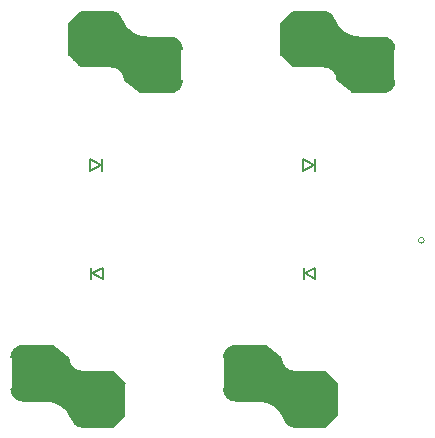
<source format=gbr>
%TF.GenerationSoftware,KiCad,Pcbnew,(6.0.6)*%
%TF.CreationDate,2022-07-28T22:43:09-07:00*%
%TF.ProjectId,left_thumb_routed,6c656674-5f74-4687-956d-625f726f7574,v1.0.0*%
%TF.SameCoordinates,Original*%
%TF.FileFunction,Legend,Bot*%
%TF.FilePolarity,Positive*%
%FSLAX46Y46*%
G04 Gerber Fmt 4.6, Leading zero omitted, Abs format (unit mm)*
G04 Created by KiCad (PCBNEW (6.0.6)) date 2022-07-28 22:43:09*
%MOMM*%
%LPD*%
G01*
G04 APERTURE LIST*
%ADD10C,0.120000*%
%ADD11C,0.150000*%
G04 APERTURE END LIST*
D10*
%TO.C,SW35*%
X-85950000Y-39100000D02*
X-83250000Y-34800000D01*
D11*
X-81950000Y-36400000D02*
X-81950000Y-40850000D01*
D10*
X-80400000Y-36850000D02*
X-80400000Y-41350000D01*
D11*
X-78950000Y-36750000D02*
X-78950000Y-41350000D01*
X-84650000Y-34550000D02*
X-84650000Y-39150000D01*
X-79850000Y-36750000D02*
X-79850000Y-41350000D01*
X-82550000Y-35900000D02*
X-82550000Y-40350000D01*
X-78650000Y-36750000D02*
X-78650000Y-41300000D01*
X-81200000Y-36700000D02*
X-81200000Y-41350000D01*
X-81500000Y-36650000D02*
X-81500000Y-41200000D01*
X-86350000Y-39175000D02*
X-87375000Y-38150000D01*
X-85700000Y-34550000D02*
X-85700000Y-39150000D01*
X-86600000Y-34800000D02*
X-86600000Y-38900000D01*
X-83900000Y-34550000D02*
X-83900000Y-39100000D01*
X-83050000Y-34950000D02*
X-83050000Y-39350000D01*
X-79250000Y-36750000D02*
X-79250000Y-41350000D01*
X-81350000Y-36700000D02*
X-81350000Y-41300000D01*
X-80900000Y-36750000D02*
X-80900000Y-41300000D01*
D10*
X-83250000Y-39150000D02*
X-80400000Y-36850000D01*
D11*
X-84500000Y-34550000D02*
X-84500000Y-39150000D01*
X-79550000Y-36750000D02*
X-79550000Y-41350000D01*
X-83450000Y-34600000D02*
X-83450000Y-39150000D01*
X-86900000Y-35100000D02*
X-86900000Y-38600000D01*
X-80750000Y-36750000D02*
X-80750000Y-41350000D01*
X-86300000Y-34550000D02*
X-86300000Y-39150000D01*
X-83150000Y-34800000D02*
X-83150000Y-39300000D01*
X-82400000Y-36050000D02*
X-82400000Y-40500000D01*
X-85100000Y-34550000D02*
X-85100000Y-39150000D01*
X-85400000Y-34550000D02*
X-85400000Y-39150000D01*
X-80750000Y-36725000D02*
X-78775000Y-36725000D01*
X-80150000Y-36750000D02*
X-80150000Y-41350000D01*
X-83300000Y-34700000D02*
X-83300000Y-39250000D01*
X-84050000Y-34550000D02*
X-84050000Y-39150000D01*
X-77900000Y-37250000D02*
X-77900000Y-40850000D01*
X-87100000Y-35300000D02*
X-87100000Y-38350000D01*
X-78200000Y-36950000D02*
X-78200000Y-41150000D01*
X-85250000Y-34550000D02*
X-85250000Y-39150000D01*
X-82250000Y-36200000D02*
X-82250000Y-40600000D01*
X-84200000Y-34550000D02*
X-84200000Y-39150000D01*
X-78800000Y-36750000D02*
X-78800000Y-41350000D01*
X-80450000Y-36750000D02*
X-80450000Y-41350000D01*
X-84950000Y-34550000D02*
X-84950000Y-39150000D01*
D10*
X-83250000Y-34800000D02*
X-83250000Y-39150000D01*
D11*
X-82850000Y-35350000D02*
X-82850000Y-39500000D01*
X-85550000Y-34550000D02*
X-85550000Y-39150000D01*
X-86450000Y-34650000D02*
X-86450000Y-39050000D01*
X-82750000Y-35550000D02*
X-82750000Y-39700000D01*
X-81800000Y-36500000D02*
X-81800000Y-40950000D01*
X-81650000Y-36550000D02*
X-81650000Y-41100000D01*
X-86350000Y-34525000D02*
X-83750000Y-34525000D01*
X-78350000Y-36850000D02*
X-78350000Y-41250000D01*
X-83600000Y-34550000D02*
X-83600000Y-39150000D01*
X-84800000Y-34550000D02*
X-84800000Y-39150000D01*
X-85850000Y-34550000D02*
X-85850000Y-39150000D01*
X-87350000Y-38175000D02*
X-87350000Y-35525000D01*
X-87000000Y-35200000D02*
X-87000000Y-38450000D01*
X-81325000Y-41375000D02*
X-82600000Y-40350000D01*
X-83750000Y-34550000D02*
X-83750000Y-39150000D01*
X-86750000Y-34950000D02*
X-86750000Y-38750000D01*
X-86000000Y-34550000D02*
X-86000000Y-39150000D01*
X-81050000Y-36700000D02*
X-81050000Y-41350000D01*
X-80300000Y-36750000D02*
X-80300000Y-41350000D01*
X-79700000Y-36750000D02*
X-79700000Y-41350000D01*
X-86150000Y-34550000D02*
X-86150000Y-39150000D01*
X-79100000Y-36750000D02*
X-79100000Y-41350000D01*
D10*
X-85950000Y-34650000D02*
X-85950000Y-39100000D01*
D11*
X-82950000Y-35200000D02*
X-82950000Y-39400000D01*
X-79400000Y-36750000D02*
X-79400000Y-41350000D01*
X-80600000Y-36750000D02*
X-80600000Y-41350000D01*
X-78500000Y-36800000D02*
X-78500000Y-41300000D01*
X-86350000Y-34525000D02*
X-87375000Y-35550000D01*
X-82100000Y-36300000D02*
X-82100000Y-40700000D01*
X-81325000Y-41375000D02*
X-78775000Y-41375000D01*
X-80000000Y-36750000D02*
X-80000000Y-41350000D01*
X-78050000Y-37050000D02*
X-78050000Y-41050000D01*
X-87200000Y-35400000D02*
X-87200000Y-38250000D01*
X-86350000Y-39175000D02*
X-83775000Y-39175000D01*
X-84350000Y-34550000D02*
X-84350000Y-39150000D01*
X-82650000Y-35700000D02*
X-82650000Y-39850000D01*
X-82887801Y-35228096D02*
G75*
G03*
X-80750000Y-36725000I2137801J778096D01*
G01*
X-82887797Y-35228095D02*
G75*
G03*
X-83749005Y-34526209I-900003J-225005D01*
G01*
X-77775000Y-37725000D02*
G75*
G03*
X-78775000Y-36725000I-1000000J0D01*
G01*
X-82600000Y-40350000D02*
G75*
G03*
X-83775000Y-39175000I-1175000J0D01*
G01*
X-78775000Y-41375000D02*
G75*
G03*
X-77775000Y-40375000I0J1000000D01*
G01*
%TO.C,SW33*%
X-91350000Y-67450000D02*
X-91350000Y-62900000D01*
X-88500000Y-67550000D02*
X-88500000Y-63000000D01*
X-89250000Y-67450000D02*
X-89250000Y-62850000D01*
X-89400000Y-67450000D02*
X-89400000Y-62850000D01*
X-86550000Y-69600000D02*
X-86550000Y-65050000D01*
X-87250000Y-68650000D02*
X-87250000Y-64500000D01*
X-85650000Y-69650000D02*
X-85650000Y-65050000D01*
X-91650000Y-67350000D02*
X-91650000Y-62950000D01*
X-82900000Y-68900000D02*
X-82900000Y-65850000D01*
X-89250000Y-67475000D02*
X-91225000Y-67475000D01*
X-86700000Y-69500000D02*
X-86700000Y-64950000D01*
X-87900000Y-67900000D02*
X-87900000Y-63500000D01*
X-84600000Y-69650000D02*
X-84600000Y-65050000D01*
X-87600000Y-68150000D02*
X-87600000Y-63700000D01*
X-84450000Y-69650000D02*
X-84450000Y-65050000D01*
X-88650000Y-67500000D02*
X-88650000Y-62900000D01*
X-83650000Y-65025000D02*
X-82625000Y-66050000D01*
X-90000000Y-67450000D02*
X-90000000Y-62850000D01*
X-90750000Y-67450000D02*
X-90750000Y-62850000D01*
D10*
X-86750000Y-69400000D02*
X-86750000Y-65050000D01*
D11*
X-82800000Y-68800000D02*
X-82800000Y-65950000D01*
D10*
X-84050000Y-69550000D02*
X-84050000Y-65100000D01*
D11*
X-90450000Y-67450000D02*
X-90450000Y-62850000D01*
X-85500000Y-69650000D02*
X-85500000Y-65050000D01*
X-85050000Y-69650000D02*
X-85050000Y-65050000D01*
X-88350000Y-67650000D02*
X-88350000Y-63100000D01*
X-83650000Y-69675000D02*
X-82625000Y-68650000D01*
X-85350000Y-69650000D02*
X-85350000Y-65050000D01*
X-82650000Y-66025000D02*
X-82650000Y-68675000D01*
X-89100000Y-67450000D02*
X-89100000Y-62900000D01*
X-88950000Y-67500000D02*
X-88950000Y-62850000D01*
X-83650000Y-65025000D02*
X-86225000Y-65025000D01*
X-83700000Y-69650000D02*
X-83700000Y-65050000D01*
X-84300000Y-69650000D02*
X-84300000Y-65050000D01*
X-84750000Y-69650000D02*
X-84750000Y-65050000D01*
X-86850000Y-69400000D02*
X-86850000Y-64900000D01*
X-87750000Y-68000000D02*
X-87750000Y-63600000D01*
X-90600000Y-67450000D02*
X-90600000Y-62850000D01*
D10*
X-86750000Y-65050000D02*
X-89600000Y-67350000D01*
D11*
X-83400000Y-69400000D02*
X-83400000Y-65300000D01*
X-87450000Y-68300000D02*
X-87450000Y-63850000D01*
D10*
X-84050000Y-65100000D02*
X-86750000Y-69400000D01*
D11*
X-85950000Y-69650000D02*
X-85950000Y-65050000D01*
X-89850000Y-67450000D02*
X-89850000Y-62850000D01*
X-86100000Y-69650000D02*
X-86100000Y-65100000D01*
X-88050000Y-67800000D02*
X-88050000Y-63350000D01*
X-83000000Y-69000000D02*
X-83000000Y-65750000D01*
X-91050000Y-67450000D02*
X-91050000Y-62850000D01*
X-88675000Y-62825000D02*
X-87400000Y-63850000D01*
X-85200000Y-69650000D02*
X-85200000Y-65050000D01*
X-90900000Y-67450000D02*
X-90900000Y-62850000D01*
X-91200000Y-67450000D02*
X-91200000Y-62850000D01*
X-89700000Y-67450000D02*
X-89700000Y-62850000D01*
X-90300000Y-67450000D02*
X-90300000Y-62850000D01*
X-91500000Y-67400000D02*
X-91500000Y-62900000D01*
X-86950000Y-69250000D02*
X-86950000Y-64850000D01*
X-84900000Y-69650000D02*
X-84900000Y-65050000D01*
X-91950000Y-67150000D02*
X-91950000Y-63150000D01*
X-91800000Y-67250000D02*
X-91800000Y-63050000D01*
X-89550000Y-67450000D02*
X-89550000Y-62850000D01*
X-84150000Y-69650000D02*
X-84150000Y-65050000D01*
X-83550000Y-69550000D02*
X-83550000Y-65150000D01*
X-86400000Y-69650000D02*
X-86400000Y-65050000D01*
D10*
X-89600000Y-67350000D02*
X-89600000Y-62850000D01*
D11*
X-88800000Y-67500000D02*
X-88800000Y-62850000D01*
X-83650000Y-69675000D02*
X-86250000Y-69675000D01*
X-86250000Y-69650000D02*
X-86250000Y-65050000D01*
X-88675000Y-62825000D02*
X-91225000Y-62825000D01*
X-84000000Y-69650000D02*
X-84000000Y-65050000D01*
X-92100000Y-66950000D02*
X-92100000Y-63350000D01*
X-88200000Y-67700000D02*
X-88200000Y-63250000D01*
X-87150000Y-68850000D02*
X-87150000Y-64700000D01*
X-83250000Y-69250000D02*
X-83250000Y-65450000D01*
X-87350000Y-68500000D02*
X-87350000Y-64350000D01*
X-87050000Y-69000000D02*
X-87050000Y-64800000D01*
X-83100000Y-69100000D02*
X-83100000Y-65600000D01*
X-83850000Y-69650000D02*
X-83850000Y-65050000D01*
X-85800000Y-69650000D02*
X-85800000Y-65050000D01*
X-90150000Y-67450000D02*
X-90150000Y-62850000D01*
X-92225000Y-66475000D02*
G75*
G03*
X-91225000Y-67475000I1000000J0D01*
G01*
X-87112199Y-68971904D02*
G75*
G03*
X-89250000Y-67475000I-2137801J-778096D01*
G01*
X-91225000Y-62825000D02*
G75*
G03*
X-92225000Y-63825000I0J-1000000D01*
G01*
X-87400000Y-63850000D02*
G75*
G03*
X-86225000Y-65025000I1175000J0D01*
G01*
X-87112203Y-68971905D02*
G75*
G03*
X-86250995Y-69673791I900003J225005D01*
G01*
%TO.C,D36*%
X-66525000Y-47000000D02*
X-66525000Y-48000000D01*
X-67525000Y-47000000D02*
X-67525000Y-48000000D01*
X-67525000Y-48000000D02*
X-66625000Y-47500000D01*
X-66625000Y-47500000D02*
X-67525000Y-47000000D01*
%TO.C,D35*%
X-84525000Y-47000000D02*
X-84525000Y-48000000D01*
X-85525000Y-47000000D02*
X-85525000Y-48000000D01*
X-85525000Y-48000000D02*
X-84625000Y-47500000D01*
X-84625000Y-47500000D02*
X-85525000Y-47000000D01*
D10*
%TO.C,J7*%
X-57250000Y-53900000D02*
G75*
G03*
X-57250000Y-53900000I-250000J0D01*
G01*
D11*
%TO.C,SW34*%
X-71250000Y-67475000D02*
X-73225000Y-67475000D01*
X-64800000Y-68800000D02*
X-64800000Y-65950000D01*
X-70950000Y-67500000D02*
X-70950000Y-62850000D01*
X-69050000Y-69000000D02*
X-69050000Y-64800000D01*
X-70200000Y-67700000D02*
X-70200000Y-63250000D01*
X-69250000Y-68650000D02*
X-69250000Y-64500000D01*
X-73950000Y-67150000D02*
X-73950000Y-63150000D01*
X-68850000Y-69400000D02*
X-68850000Y-64900000D01*
X-70675000Y-62825000D02*
X-69400000Y-63850000D01*
X-72600000Y-67450000D02*
X-72600000Y-62850000D01*
X-73200000Y-67450000D02*
X-73200000Y-62850000D01*
X-66750000Y-69650000D02*
X-66750000Y-65050000D01*
D10*
X-71600000Y-67350000D02*
X-71600000Y-62850000D01*
D11*
X-65100000Y-69100000D02*
X-65100000Y-65600000D01*
X-65700000Y-69650000D02*
X-65700000Y-65050000D01*
X-71250000Y-67450000D02*
X-71250000Y-62850000D01*
X-65650000Y-65025000D02*
X-64625000Y-66050000D01*
X-64900000Y-68900000D02*
X-64900000Y-65850000D01*
X-67500000Y-69650000D02*
X-67500000Y-65050000D01*
X-67650000Y-69650000D02*
X-67650000Y-65050000D01*
X-69450000Y-68300000D02*
X-69450000Y-63850000D01*
X-68550000Y-69600000D02*
X-68550000Y-65050000D01*
X-74100000Y-66950000D02*
X-74100000Y-63350000D01*
X-72150000Y-67450000D02*
X-72150000Y-62850000D01*
X-73800000Y-67250000D02*
X-73800000Y-63050000D01*
X-68250000Y-69650000D02*
X-68250000Y-65050000D01*
X-73650000Y-67350000D02*
X-73650000Y-62950000D01*
X-67200000Y-69650000D02*
X-67200000Y-65050000D01*
X-71550000Y-67450000D02*
X-71550000Y-62850000D01*
X-73050000Y-67450000D02*
X-73050000Y-62850000D01*
X-65400000Y-69400000D02*
X-65400000Y-65300000D01*
X-72450000Y-67450000D02*
X-72450000Y-62850000D01*
X-65250000Y-69250000D02*
X-65250000Y-65450000D01*
X-67050000Y-69650000D02*
X-67050000Y-65050000D01*
X-66450000Y-69650000D02*
X-66450000Y-65050000D01*
X-71700000Y-67450000D02*
X-71700000Y-62850000D01*
X-72900000Y-67450000D02*
X-72900000Y-62850000D01*
X-73350000Y-67450000D02*
X-73350000Y-62900000D01*
X-72000000Y-67450000D02*
X-72000000Y-62850000D01*
X-68700000Y-69500000D02*
X-68700000Y-64950000D01*
X-70050000Y-67800000D02*
X-70050000Y-63350000D01*
X-70800000Y-67500000D02*
X-70800000Y-62850000D01*
X-70500000Y-67550000D02*
X-70500000Y-63000000D01*
X-65650000Y-65025000D02*
X-68225000Y-65025000D01*
X-67800000Y-69650000D02*
X-67800000Y-65050000D01*
X-67950000Y-69650000D02*
X-67950000Y-65050000D01*
X-69350000Y-68500000D02*
X-69350000Y-64350000D01*
X-68400000Y-69650000D02*
X-68400000Y-65050000D01*
X-69900000Y-67900000D02*
X-69900000Y-63500000D01*
X-65000000Y-69000000D02*
X-65000000Y-65750000D01*
X-68950000Y-69250000D02*
X-68950000Y-64850000D01*
X-70350000Y-67650000D02*
X-70350000Y-63100000D01*
D10*
X-68750000Y-69400000D02*
X-68750000Y-65050000D01*
D11*
X-72750000Y-67450000D02*
X-72750000Y-62850000D01*
D10*
X-68750000Y-65050000D02*
X-71600000Y-67350000D01*
D11*
X-69750000Y-68000000D02*
X-69750000Y-63600000D01*
X-64650000Y-66025000D02*
X-64650000Y-68675000D01*
X-65650000Y-69675000D02*
X-64625000Y-68650000D01*
X-70650000Y-67500000D02*
X-70650000Y-62900000D01*
X-73500000Y-67400000D02*
X-73500000Y-62900000D01*
X-69600000Y-68150000D02*
X-69600000Y-63700000D01*
X-65550000Y-69550000D02*
X-65550000Y-65150000D01*
D10*
X-66050000Y-65100000D02*
X-68750000Y-69400000D01*
D11*
X-71100000Y-67450000D02*
X-71100000Y-62900000D01*
D10*
X-66050000Y-69550000D02*
X-66050000Y-65100000D01*
D11*
X-68100000Y-69650000D02*
X-68100000Y-65100000D01*
X-66150000Y-69650000D02*
X-66150000Y-65050000D01*
X-71400000Y-67450000D02*
X-71400000Y-62850000D01*
X-69150000Y-68850000D02*
X-69150000Y-64700000D01*
X-65850000Y-69650000D02*
X-65850000Y-65050000D01*
X-71850000Y-67450000D02*
X-71850000Y-62850000D01*
X-66300000Y-69650000D02*
X-66300000Y-65050000D01*
X-70675000Y-62825000D02*
X-73225000Y-62825000D01*
X-67350000Y-69650000D02*
X-67350000Y-65050000D01*
X-66600000Y-69650000D02*
X-66600000Y-65050000D01*
X-66000000Y-69650000D02*
X-66000000Y-65050000D01*
X-66900000Y-69650000D02*
X-66900000Y-65050000D01*
X-65650000Y-69675000D02*
X-68250000Y-69675000D01*
X-72300000Y-67450000D02*
X-72300000Y-62850000D01*
X-74225000Y-66475000D02*
G75*
G03*
X-73225000Y-67475000I1000000J0D01*
G01*
X-69112203Y-68971905D02*
G75*
G03*
X-68250995Y-69673791I900003J225005D01*
G01*
X-73225000Y-62825000D02*
G75*
G03*
X-74225000Y-63825000I0J-1000000D01*
G01*
X-69400000Y-63850000D02*
G75*
G03*
X-68225000Y-65025000I1175000J0D01*
G01*
X-69112199Y-68971904D02*
G75*
G03*
X-71250000Y-67475000I-2137801J-778096D01*
G01*
%TO.C,D33*%
X-84475000Y-56200000D02*
X-85375000Y-56700000D01*
X-85475000Y-57200000D02*
X-85475000Y-56200000D01*
X-84475000Y-57200000D02*
X-84475000Y-56200000D01*
X-85375000Y-56700000D02*
X-84475000Y-57200000D01*
%TO.C,SW36*%
X-62150000Y-36750000D02*
X-62150000Y-41350000D01*
X-68600000Y-34800000D02*
X-68600000Y-38900000D01*
X-63200000Y-36700000D02*
X-63200000Y-41350000D01*
X-65450000Y-34600000D02*
X-65450000Y-39150000D01*
X-63050000Y-36700000D02*
X-63050000Y-41350000D01*
X-62450000Y-36750000D02*
X-62450000Y-41350000D01*
X-59900000Y-37250000D02*
X-59900000Y-40850000D01*
X-63500000Y-36650000D02*
X-63500000Y-41200000D01*
X-65150000Y-34800000D02*
X-65150000Y-39300000D01*
X-65600000Y-34550000D02*
X-65600000Y-39150000D01*
X-62750000Y-36725000D02*
X-60775000Y-36725000D01*
X-69350000Y-38175000D02*
X-69350000Y-35525000D01*
D10*
X-65250000Y-39150000D02*
X-62400000Y-36850000D01*
D11*
X-68000000Y-34550000D02*
X-68000000Y-39150000D01*
X-66500000Y-34550000D02*
X-66500000Y-39150000D01*
X-61100000Y-36750000D02*
X-61100000Y-41350000D01*
X-66800000Y-34550000D02*
X-66800000Y-39150000D01*
X-61700000Y-36750000D02*
X-61700000Y-41350000D01*
X-68350000Y-34525000D02*
X-69375000Y-35550000D01*
X-64650000Y-35700000D02*
X-64650000Y-39850000D01*
X-64950000Y-35200000D02*
X-64950000Y-39400000D01*
X-65750000Y-34550000D02*
X-65750000Y-39150000D01*
X-64400000Y-36050000D02*
X-64400000Y-40500000D01*
X-60800000Y-36750000D02*
X-60800000Y-41350000D01*
X-65050000Y-34950000D02*
X-65050000Y-39350000D01*
X-67550000Y-34550000D02*
X-67550000Y-39150000D01*
X-67850000Y-34550000D02*
X-67850000Y-39150000D01*
D10*
X-62400000Y-36850000D02*
X-62400000Y-41350000D01*
D11*
X-68450000Y-34650000D02*
X-68450000Y-39050000D01*
X-66650000Y-34550000D02*
X-66650000Y-39150000D01*
X-63650000Y-36550000D02*
X-63650000Y-41100000D01*
X-66350000Y-34550000D02*
X-66350000Y-39150000D01*
X-63350000Y-36700000D02*
X-63350000Y-41300000D01*
X-60500000Y-36800000D02*
X-60500000Y-41300000D01*
X-69100000Y-35300000D02*
X-69100000Y-38350000D01*
X-67250000Y-34550000D02*
X-67250000Y-39150000D01*
X-63325000Y-41375000D02*
X-60775000Y-41375000D01*
X-65300000Y-34700000D02*
X-65300000Y-39250000D01*
X-60950000Y-36750000D02*
X-60950000Y-41350000D01*
X-61400000Y-36750000D02*
X-61400000Y-41350000D01*
X-62600000Y-36750000D02*
X-62600000Y-41350000D01*
X-64550000Y-35900000D02*
X-64550000Y-40350000D01*
X-61550000Y-36750000D02*
X-61550000Y-41350000D01*
X-68750000Y-34950000D02*
X-68750000Y-38750000D01*
X-68350000Y-34525000D02*
X-65750000Y-34525000D01*
X-63325000Y-41375000D02*
X-64600000Y-40350000D01*
X-60350000Y-36850000D02*
X-60350000Y-41250000D01*
X-67400000Y-34550000D02*
X-67400000Y-39150000D01*
X-62900000Y-36750000D02*
X-62900000Y-41300000D01*
X-68150000Y-34550000D02*
X-68150000Y-39150000D01*
X-63800000Y-36500000D02*
X-63800000Y-40950000D01*
X-68350000Y-39175000D02*
X-65775000Y-39175000D01*
X-63950000Y-36400000D02*
X-63950000Y-40850000D01*
X-67100000Y-34550000D02*
X-67100000Y-39150000D01*
X-67700000Y-34550000D02*
X-67700000Y-39150000D01*
X-66950000Y-34550000D02*
X-66950000Y-39150000D01*
X-61850000Y-36750000D02*
X-61850000Y-41350000D01*
D10*
X-67950000Y-34650000D02*
X-67950000Y-39100000D01*
D11*
X-66050000Y-34550000D02*
X-66050000Y-39150000D01*
X-68350000Y-39175000D02*
X-69375000Y-38150000D01*
X-61250000Y-36750000D02*
X-61250000Y-41350000D01*
X-69200000Y-35400000D02*
X-69200000Y-38250000D01*
X-64100000Y-36300000D02*
X-64100000Y-40700000D01*
X-60650000Y-36750000D02*
X-60650000Y-41300000D01*
X-68300000Y-34550000D02*
X-68300000Y-39150000D01*
X-68900000Y-35100000D02*
X-68900000Y-38600000D01*
X-62750000Y-36750000D02*
X-62750000Y-41350000D01*
X-64250000Y-36200000D02*
X-64250000Y-40600000D01*
X-64750000Y-35550000D02*
X-64750000Y-39700000D01*
X-62000000Y-36750000D02*
X-62000000Y-41350000D01*
D10*
X-67950000Y-39100000D02*
X-65250000Y-34800000D01*
D11*
X-65900000Y-34550000D02*
X-65900000Y-39100000D01*
X-66200000Y-34550000D02*
X-66200000Y-39150000D01*
X-69000000Y-35200000D02*
X-69000000Y-38450000D01*
X-62300000Y-36750000D02*
X-62300000Y-41350000D01*
D10*
X-65250000Y-34800000D02*
X-65250000Y-39150000D01*
D11*
X-60200000Y-36950000D02*
X-60200000Y-41150000D01*
X-60050000Y-37050000D02*
X-60050000Y-41050000D01*
X-64850000Y-35350000D02*
X-64850000Y-39500000D01*
X-60775000Y-41375000D02*
G75*
G03*
X-59775000Y-40375000I0J1000000D01*
G01*
X-64887801Y-35228096D02*
G75*
G03*
X-62750000Y-36725000I2137801J778096D01*
G01*
X-64887797Y-35228095D02*
G75*
G03*
X-65749005Y-34526209I-900003J-225005D01*
G01*
X-59775000Y-37725000D02*
G75*
G03*
X-60775000Y-36725000I-1000000J0D01*
G01*
X-64600000Y-40350000D02*
G75*
G03*
X-65775000Y-39175000I-1175000J0D01*
G01*
%TO.C,D34*%
X-66475000Y-57200000D02*
X-66475000Y-56200000D01*
X-67375000Y-56700000D02*
X-66475000Y-57200000D01*
X-67475000Y-57200000D02*
X-67475000Y-56200000D01*
X-66475000Y-56200000D02*
X-67375000Y-56700000D01*
%TD*%
M02*

</source>
